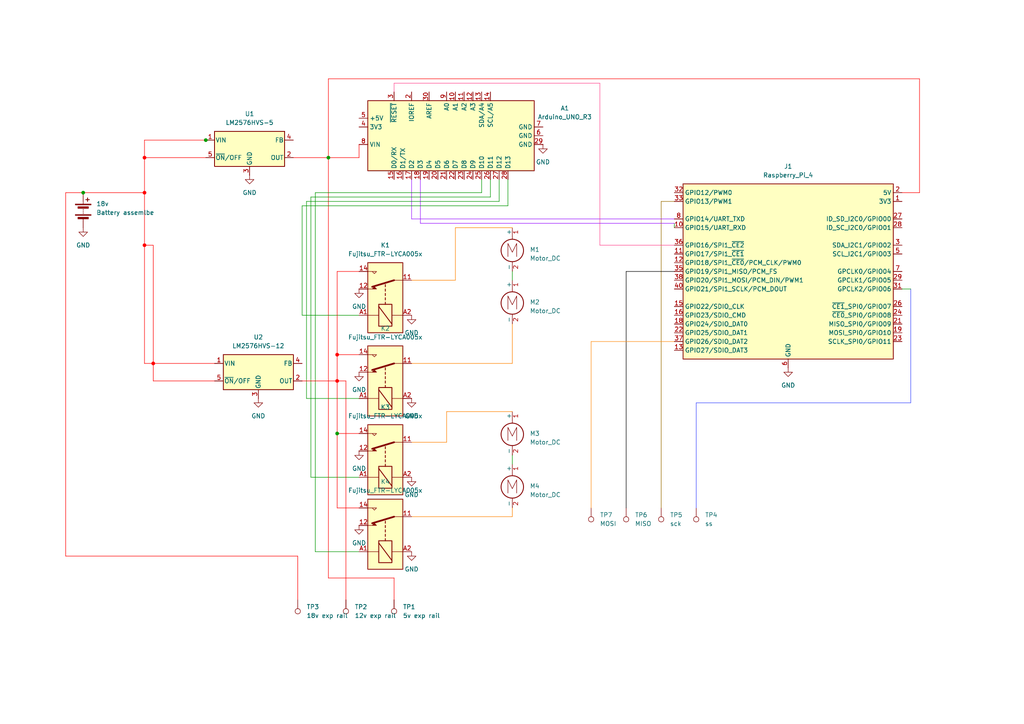
<source format=kicad_sch>
(kicad_sch (version 20250114) (generator "eeschema") (generator_version "9.0")
  (paper "A4")
  (title_block (title "Aurora drive system") (date "2025-09-28") (rev "1") (company "Aurora inc.") (comment 1 "- @lynet_101") (comment 2 "- Sebastian_lindau-skands") (comment 3 "if more power neeeded, the motor assembly can be powered parallel instead") (comment 4 "if parallel motors, then additional 12v regulators might be needed"))
  (lib_symbols
    (symbol "Connector:Raspberry_Pi_4"
      (property "Reference" "J" (at -17.526 48.768 0))
      (property "Value" "Raspberry_Pi_4" (at 15.748 -26.416 0))
      (symbol "Raspberry_Pi_4_0_1"
        (rectangle (start -30.48 25.4) (end 30.48 -25.4) (stroke (width 0.254)) (fill (type background)))
      )
      (symbol "Raspberry_Pi_4_1_1"
        (pin bidirectional line (at -33.02 22.86 0) (length 2.54) (name "GPIO12/PWM0") (number "32"))
        (pin bidirectional line (at -33.02 20.32 0) (length 2.54) (name "GPIO13/PWM1") (number "33"))
        (pin bidirectional line (at -33.02 15.24 0) (length 2.54) (name "GPIO14/UART_TXD") (number "8"))
        (pin bidirectional line (at -33.02 12.7 0) (length 2.54) (name "GPIO15/UART_RXD") (number "10"))
        (pin bidirectional line (at -33.02 7.62 0) (length 2.54) (name "GPIO16/SPI1_~{CE2}") (number "36"))
        (pin bidirectional line (at -33.02 5.08 0) (length 2.54) (name "GPIO17/SPI1_~{CE1}") (number "11"))
        (pin bidirectional line (at -33.02 2.54 0) (length 2.54) (name "GPIO18/SPI1_~{CE0}/PCM_CLK/PWM0") (number "12"))
        (pin bidirectional line (at -33.02 0 0) (length 2.54) (name "GPIO19/SPI1_MISO/PCM_FS") (number "35"))
        (pin bidirectional line (at -33.02 -2.54 0) (length 2.54) (name "GPIO20/SPI1_MOSI/PCM_DIN/PWM1") (number "38"))
        (pin bidirectional line (at -33.02 -5.08 0) (length 2.54) (name "GPIO21/SPI1_SCLK/PCM_DOUT") (number "40"))
        (pin bidirectional line (at -33.02 -10.16 0) (length 2.54) (name "GPIO22/SDIO_CLK") (number "15"))
        (pin bidirectional line (at -33.02 -12.7 0) (length 2.54) (name "GPIO23/SDIO_CMD") (number "16"))
        (pin bidirectional line (at -33.02 -15.24 0) (length 2.54) (name "GPIO24/SDIO_DAT0") (number "18"))
        (pin bidirectional line (at -33.02 -17.78 0) (length 2.54) (name "GPIO25/SDIO_DAT1") (number "22"))
        (pin bidirectional line (at -33.02 -20.32 0) (length 2.54) (name "GPIO26/SDIO_DAT2") (number "37"))
        (pin bidirectional line (at -33.02 -22.86 0) (length 2.54) (name "GPIO27/SDIO_DAT3") (number "13"))
        (pin passive line (at 0 -27.94 90) (length 2.54) (hide yes) (name "GND") (number "14"))
        (pin passive line (at 0 -27.94 90) (length 2.54) (hide yes) (name "GND") (number "20"))
        (pin passive line (at 0 -27.94 90) (length 2.54) (hide yes) (name "GND") (number "25"))
        (pin passive line (at 0 -27.94 90) (length 2.54) (hide yes) (name "GND") (number "30"))
        (pin passive line (at 0 -27.94 90) (length 2.54) (hide yes) (name "GND") (number "34"))
        (pin passive line (at 0 -27.94 90) (length 2.54) (hide yes) (name "GND") (number "39"))
        (pin power_out line (at 0 -27.94 90) (length 2.54) (name "GND") (number "6"))
        (pin passive line (at 0 -27.94 90) (length 2.54) (hide yes) (name "GND") (number "9"))
        (pin power_out line (at 33.02 22.86 180) (length 2.54) (name "5V") (number "2"))
        (pin passive line (at 33.02 22.86 180) (length 2.54) (hide yes) (name "5V") (number "4"))
        (pin power_out line (at 33.02 20.32 180) (length 2.54) (name "3V3") (number "1"))
        (pin passive line (at 33.02 20.32 180) (length 2.54) (hide yes) (name "3V3") (number "17"))
        (pin bidirectional line (at 33.02 15.24 180) (length 2.54) (name "ID_SD_I2C0/GPIO00") (number "27"))
        (pin bidirectional line (at 33.02 12.7 180) (length 2.54) (name "ID_SC_I2C0/GPIO01") (number "28"))
        (pin bidirectional line (at 33.02 7.62 180) (length 2.54) (name "SDA_I2C1/GPIO02") (number "3"))
        (pin bidirectional line (at 33.02 5.08 180) (length 2.54) (name "SCL_I2C1/GPIO03") (number "5"))
        (pin bidirectional line (at 33.02 0 180) (length 2.54) (name "GPCLK0/GPIO04") (number "7"))
        (pin bidirectional line (at 33.02 -2.54 180) (length 2.54) (name "GPCLK1/GPIO05") (number "29"))
        (pin bidirectional line (at 33.02 -5.08 180) (length 2.54) (name "GPCLK2/GPIO06") (number "31"))
        (pin bidirectional line (at 33.02 -10.16 180) (length 2.54) (name "~{CE1}_SPI0/GPIO07") (number "26"))
        (pin bidirectional line (at 33.02 -12.7 180) (length 2.54) (name "~{CE0}_SPI0/GPIO08") (number "24"))
        (pin bidirectional line (at 33.02 -15.24 180) (length 2.54) (name "MISO_SPI0/GPIO09") (number "21"))
        (pin bidirectional line (at 33.02 -17.78 180) (length 2.54) (name "MOSI_SPI0/GPIO10") (number "19"))
        (pin bidirectional line (at 33.02 -20.32 180) (length 2.54) (name "SCLK_SPI0/GPIO11") (number "23"))
      )
    )
    (symbol "Connector:TestPoint" (pin_numbers (hide yes)) (pin_names (offset 0.762) (hide yes))
      (property "Reference" "TP" (at 0 6.858 0))
      (property "Value" "TestPoint" (at 0 5.08 0))
      (symbol "TestPoint_0_1"
        (circle (center 0 3.302) (radius 0.762))
      )
      (symbol "TestPoint_1_1"
        (pin passive line (at 0 0 90) (length 2.54) (name "1") (number "1"))
      )
    )
    (symbol "Device:Battery" (pin_numbers (hide yes)) (pin_names (offset 0) (hide yes))
      (property "Reference" "BT" (at 2.54 2.54 0))
      (property "Value" "Battery" (at 2.54 0 0))
      (symbol "Battery_0_1"
        (rectangle (start -2.286 1.778) (end 2.286 1.524) (fill (type outline)))
        (rectangle (start -2.286 -1.27) (end 2.286 -1.524) (fill (type outline)))
        (rectangle (start -1.524 1.016) (end 1.524 0.508) (fill (type outline)))
        (rectangle (start -1.524 -2.032) (end 1.524 -2.54) (fill (type outline)))
        (polyline (pts (xy 0 1.778) (xy 0 2.54)))
        (polyline (pts (xy 0 0) (xy 0 0.254)))
        (polyline (pts (xy 0 -0.508) (xy 0 -0.254)))
        (polyline (pts (xy 0 -1.016) (xy 0 -0.762)))
        (polyline (pts (xy 0.762 3.048) (xy 1.778 3.048)) (stroke (width 0.254)))
        (polyline (pts (xy 1.27 3.556) (xy 1.27 2.54)) (stroke (width 0.254)))
      )
      (symbol "Battery_1_1"
        (pin passive line (at 0 5.08 270) (length 2.54) (name "+") (number "1"))
        (pin passive line (at 0 -5.08 90) (length 2.54) (name "-") (number "2"))
      )
    )
    (symbol "MCU_Module:Arduino_UNO_R2"
      (property "Reference" "A" (at -10.16 23.495 0))
      (property "Value" "Arduino_UNO_R2" (at 5.08 -26.67 0))
      (symbol "Arduino_UNO_R2_0_1"
        (rectangle (start -10.16 22.86) (end 10.16 -25.4) (stroke (width 0.254)) (fill (type background)))
      )
      (symbol "Arduino_UNO_R2_1_1"
        (pin bidirectional line (at -12.7 15.24 0) (length 2.54) (name "D0/RX") (number "15"))
        (pin bidirectional line (at -12.7 12.7 0) (length 2.54) (name "D1/TX") (number "16"))
        (pin bidirectional line (at -12.7 10.16 0) (length 2.54) (name "D2") (number "17"))
        (pin bidirectional line (at -12.7 7.62 0) (length 2.54) (name "D3") (number "18"))
        (pin bidirectional line (at -12.7 5.08 0) (length 2.54) (name "D4") (number "19"))
        (pin bidirectional line (at -12.7 2.54 0) (length 2.54) (name "D5") (number "20"))
        (pin bidirectional line (at -12.7 0 0) (length 2.54) (name "D6") (number "21"))
        (pin bidirectional line (at -12.7 -2.54 0) (length 2.54) (name "D7") (number "22"))
        (pin bidirectional line (at -12.7 -5.08 0) (length 2.54) (name "D8") (number "23"))
        (pin bidirectional line (at -12.7 -7.62 0) (length 2.54) (name "D9") (number "24"))
        (pin bidirectional line (at -12.7 -10.16 0) (length 2.54) (name "D10") (number "25"))
        (pin bidirectional line (at -12.7 -12.7 0) (length 2.54) (name "D11") (number "26"))
        (pin bidirectional line (at -12.7 -15.24 0) (length 2.54) (name "D12") (number "27"))
        (pin bidirectional line (at -12.7 -17.78 0) (length 2.54) (name "D13") (number "28"))
        (pin no_connect line (at -10.16 -20.32 0) (length 2.54) (hide yes) (name "NC") (number "1"))
        (pin power_in line (at -2.54 25.4 270) (length 2.54) (name "VIN") (number "8"))
        (pin power_in line (at -2.54 -27.94 90) (length 2.54) (name "GND") (number "29"))
        (pin power_in line (at 0 -27.94 90) (length 2.54) (name "GND") (number "6"))
        (pin power_out line (at 2.54 25.4 270) (length 2.54) (name "3V3") (number "4"))
        (pin power_in line (at 2.54 -27.94 90) (length 2.54) (name "GND") (number "7"))
        (pin power_out line (at 5.08 25.4 270) (length 2.54) (name "+5V") (number "5"))
        (pin input line (at 12.7 15.24 180) (length 2.54) (name "~{RESET}") (number "3"))
        (pin output line (at 12.7 10.16 180) (length 2.54) (name "IOREF") (number "2"))
        (pin input line (at 12.7 5.08 180) (length 2.54) (name "AREF") (number "30"))
        (pin bidirectional line (at 12.7 0 180) (length 2.54) (name "A0") (number "9"))
        (pin bidirectional line (at 12.7 -2.54 180) (length 2.54) (name "A1") (number "10"))
        (pin bidirectional line (at 12.7 -5.08 180) (length 2.54) (name "A2") (number "11"))
        (pin bidirectional line (at 12.7 -7.62 180) (length 2.54) (name "A3") (number "12"))
        (pin bidirectional line (at 12.7 -10.16 180) (length 2.54) (name "SDA/A4") (number "13"))
        (pin bidirectional line (at 12.7 -12.7 180) (length 2.54) (name "SCL/A5") (number "14"))
      )
    )
    (symbol "Motor:Motor_DC" (pin_names (offset 0))
      (property "Reference" "M" (at 2.54 2.54 0))
      (property "Value" "Motor_DC" (at 2.54 -5.08 0))
      (symbol "Motor_DC_0_0"
        (polyline (pts (xy -1.27 -3.302) (xy -1.27 0.508) (xy 0 -2.032) (xy 1.27 0.508) (xy 1.27 -3.302)))
      )
      (symbol "Motor_DC_0_1"
        (polyline (pts (xy 0 2.032) (xy 0 2.54)))
        (polyline (pts (xy 0 1.7272) (xy 0 2.0828)))
        (circle (center 0 -1.524) (radius 3.2512) (stroke (width 0.254)))
        (polyline (pts (xy 0 -4.7752) (xy 0 -5.1816)))
        (polyline (pts (xy 0 -7.62) (xy 0 -7.112)))
      )
      (symbol "Motor_DC_1_1"
        (pin passive line (at 0 5.08 270) (length 2.54) (name "+") (number "1"))
        (pin passive line (at 0 -7.62 90) (length 2.54) (name "-") (number "2"))
      )
    )
    (symbol "Regulator_Switching:LM2576HVS-12" (pin_names (offset 0.254))
      (property "Reference" "U" (at -10.16 6.35 0))
      (property "Value" "LM2576HVS-12" (at 0 6.35 0))
      (symbol "LM2576HVS-12_0_1"
        (rectangle (start -10.16 5.08) (end 10.16 -5.08) (stroke (width 0.254)) (fill (type background)))
      )
      (symbol "LM2576HVS-12_1_1"
        (pin power_in line (at -12.7 2.54 0) (length 2.54) (name "VIN") (number "1"))
        (pin input line (at -12.7 -2.54 0) (length 2.54) (name "~{ON}/OFF") (number "5"))
        (pin power_in line (at 0 -7.62 90) (length 2.54) (name "GND") (number "3"))
        (pin input line (at 12.7 2.54 180) (length 2.54) (name "FB") (number "4"))
        (pin output line (at 12.7 -2.54 180) (length 2.54) (name "OUT") (number "2"))
      )
    )
    (symbol "Regulator_Switching:LM2576HVS-5" (pin_names (offset 0.254))
      (property "Reference" "U" (at -10.16 6.35 0))
      (property "Value" "LM2576HVS-5" (at 0 6.35 0))
      (symbol "LM2576HVS-5_0_1"
        (rectangle (start -10.16 5.08) (end 10.16 -5.08) (stroke (width 0.254)) (fill (type background)))
      )
      (symbol "LM2576HVS-5_1_1"
        (pin power_in line (at -12.7 2.54 0) (length 2.54) (name "VIN") (number "1"))
        (pin input line (at -12.7 -2.54 0) (length 2.54) (name "~{ON}/OFF") (number "5"))
        (pin power_in line (at 0 -7.62 90) (length 2.54) (name "GND") (number "3"))
        (pin input line (at 12.7 2.54 180) (length 2.54) (name "FB") (number "4"))
        (pin output line (at 12.7 -2.54 180) (length 2.54) (name "OUT") (number "2"))
      )
    )
    (symbol "Relay:Fujitsu_FTR-LYCA005x"
      (property "Reference" "K" (at 11.43 3.81 0))
      (property "Value" "Fujitsu_FTR-LYCA005x" (at 11.43 1.27 0))
      (symbol "Fujitsu_FTR-LYCA005x_0_0"
        (polyline (pts (xy 7.62 5.08) (xy 7.62 2.54) (xy 6.985 3.175) (xy 7.62 3.81)))
      )
      (symbol "Fujitsu_FTR-LYCA005x_0_1"
        (rectangle (start -10.16 5.08) (end 10.16 -5.08) (stroke (width 0.254)) (fill (type background)))
        (rectangle (start -8.255 1.905) (end -1.905 -1.905) (stroke (width 0.254)))
        (polyline (pts (xy -7.62 -1.905) (xy -2.54 1.905)) (stroke (width 0.254)))
        (polyline (pts (xy -5.08 5.08) (xy -5.08 1.905)))
        (polyline (pts (xy -5.08 -5.08) (xy -5.08 -1.905)))
        (polyline (pts (xy -1.905 0) (xy -1.27 0)) (stroke (width 0.254)))
        (polyline (pts (xy -0.635 0) (xy 0 0)) (stroke (width 0.254)))
        (polyline (pts (xy 0.635 0) (xy 1.27 0)) (stroke (width 0.254)))
        (polyline (pts (xy 1.905 0) (xy 2.54 0)) (stroke (width 0.254)))
        (polyline (pts (xy 2.54 5.08) (xy 2.54 2.54) (xy 3.175 3.175) (xy 2.54 3.81)) (fill (type outline)))
        (polyline (pts (xy 3.175 0) (xy 3.81 0)) (stroke (width 0.254)))
        (polyline (pts (xy 5.08 -2.54) (xy 3.175 3.81)) (stroke (width 0.508)))
        (polyline (pts (xy 5.08 -2.54) (xy 5.08 -5.08)))
      )
      (symbol "Fujitsu_FTR-LYCA005x_1_1"
        (pin passive line (at -5.08 7.62 270) (length 2.54) (name "~") (number "A1"))
        (pin passive line (at -5.08 -7.62 90) (length 2.54) (name "~") (number "A2"))
        (pin passive line (at 2.54 7.62 270) (length 2.54) (name "~") (number "12"))
        (pin passive line (at 5.08 -7.62 90) (length 2.54) (name "~") (number "11"))
        (pin passive line (at 7.62 7.62 270) (length 2.54) (name "~") (number "14"))
      )
    )
    (symbol "power:GND" (power) (pin_numbers (hide yes)) (pin_names (offset 0) (hide yes))
      (property "Value" "GND" (at 0 -3.81 0))
      (symbol "GND_0_1"
        (polyline (pts (xy 0 0) (xy 0 -1.27) (xy 1.27 -1.27) (xy 0 -2.54) (xy -1.27 -1.27) (xy 0 -1.27)))
      )
      (symbol "GND_1_1"
        (pin power_in line (at 0 0 270) (length 0) (name "~") (number "1"))
      )
    )
  )
  (junction (at 95.25 45.72))
  (junction (at 41.91 55.88) (color 255 0 0 1))
  (junction (at 97.79 102.87) (color 255 0 0 1))
  (junction (at 97.79 125.73))
  (junction (at 97.79 110.49) (color 255 0 0 1))
  (junction (at 24.13 55.88))
  (junction (at 44.45 105.41) (color 255 0 0 1))
  (junction (at 41.91 45.72) (color 255 0 0 1))
  (junction (at 41.91 71.12) (color 255 0 0 1))
  (junction (at 59.69 40.64))
  (wire (pts (xy 91.44 55.88) (xy 139.7 55.88)))
  (wire (pts (xy 87.63 110.49) (xy 97.79 110.49)) (stroke (width 0) (color 255 0 0 1)))
  (wire (pts (xy 19.05 55.88) (xy 24.13 55.88)) (stroke (width 0) (color 255 0 0 1)))
  (wire (pts (xy 19.05 161.29) (xy 86.36 161.29)) (stroke (width 0) (color 255 0 0 1)))
  (wire (pts (xy 87.63 91.44) (xy 104.14 91.44)))
  (wire (pts (xy 41.91 55.88) (xy 41.91 71.12)) (stroke (width 0) (color 255 0 0 1)))
  (wire (pts (xy 62.23 110.49) (xy 44.45 110.49)) (stroke (width 0) (color 255 0 0 1)))
  (wire (pts (xy 44.45 110.49) (xy 44.45 105.41)) (stroke (width 0) (color 255 0 0 1)))
  (wire (pts (xy 119.38 128.27) (xy 129.54 128.27)) (stroke (width 0) (color 255 129 0 1)))
  (wire (pts (xy 181.61 147.32) (xy 181.61 78.74)) (stroke (width 0) (color 0 0 0 1)))
  (wire (pts (xy 95.25 45.72) (xy 104.14 45.72)) (stroke (width 0) (color 255 0 0 1)))
  (wire (pts (xy 19.05 161.29) (xy 19.05 55.88)) (stroke (width 0) (color 255 0 0 1)))
  (wire (pts (xy 104.14 138.43) (xy 90.17 138.43)))
  (wire (pts (xy 201.93 147.32) (xy 201.93 116.84)) (stroke (width 0) (color 65 78 255 1)))
  (wire (pts (xy 119.38 63.5) (xy 119.38 52.07)) (stroke (width 0) (color 154 24 255 1)))
  (wire (pts (xy 97.79 110.49) (xy 97.79 102.87)) (stroke (width 0) (color 255 0 0 1)))
  (wire (pts (xy 41.91 40.64) (xy 41.91 45.72)) (stroke (width 0) (color 255 0 0 1)))
  (wire (pts (xy 62.23 105.41) (xy 44.45 105.41)) (stroke (width 0) (color 255 0 0 1)))
  (wire (pts (xy 97.79 78.74) (xy 104.14 78.74)) (stroke (width 0) (color 255 0 0 1)))
  (wire (pts (xy 95.25 167.64) (xy 95.25 45.72)) (stroke (width 0) (color 255 0 0 1)))
  (wire (pts (xy 129.54 128.27) (xy 129.54 119.38)) (stroke (width 0) (color 255 129 0 1)))
  (wire (pts (xy 201.93 116.84) (xy 264.16 116.84)) (stroke (width 0) (color 65 78 255 1)))
  (wire (pts (xy 147.32 59.69) (xy 87.63 59.69)))
  (wire (pts (xy 104.14 160.02) (xy 91.44 160.02)))
  (wire (pts (xy 142.24 57.15) (xy 142.24 52.07)))
  (wire (pts (xy 264.16 83.82) (xy 261.62 83.82)))
  (wire (pts (xy 114.3 173.99) (xy 114.3 167.64)) (stroke (width 0) (color 255 0 0 1)))
  (wire (pts (xy 195.58 66.04) (xy 195.58 64.77)))
  (wire (pts (xy 44.45 105.41) (xy 44.45 71.12)) (stroke (width 0) (color 255 0 0 1)))
  (wire (pts (xy 195.58 63.5) (xy 119.38 63.5)) (stroke (width 0) (color 154 24 255 1)))
  (wire (pts (xy 44.45 105.41) (xy 41.91 105.41)) (stroke (width 0) (color 255 0 0 1)))
  (wire (pts (xy 85.09 45.72) (xy 95.25 45.72)) (stroke (width 0) (color 255 0 0 1)))
  (wire (pts (xy 88.9 58.42) (xy 144.78 58.42)))
  (wire (pts (xy 147.32 59.69) (xy 147.32 52.07)))
  (wire (pts (xy 100.33 110.49) (xy 97.79 110.49)) (stroke (width 0) (color 255 0 0 1)))
  (wire (pts (xy 264.16 116.84) (xy 264.16 83.82)) (stroke (width 0) (color 65 78 255 1)))
  (wire (pts (xy 104.14 45.72) (xy 104.14 41.91)) (stroke (width 0) (color 255 0 0 1)))
  (wire (pts (xy 148.59 105.41) (xy 119.38 105.41)) (stroke (width 0) (color 255 129 0 1)))
  (wire (pts (xy 129.54 119.38) (xy 148.59 119.38)) (stroke (width 0) (color 255 129 0 1)))
  (wire (pts (xy 44.45 71.12) (xy 41.91 71.12)) (stroke (width 0) (color 255 0 0 1)))
  (wire (pts (xy 97.79 102.87) (xy 97.79 78.74)) (stroke (width 0) (color 255 0 0 1)))
  (wire (pts (xy 191.77 58.42) (xy 191.77 147.32)) (stroke (width 0) (color 153 107 0 1)))
  (wire (pts (xy 88.9 115.57) (xy 88.9 58.42)))
  (wire (pts (xy 181.61 78.74) (xy 195.58 78.74)) (stroke (width 0) (color 0 0 0 1)))
  (wire (pts (xy 97.79 147.32) (xy 97.79 125.73)) (stroke (width 0) (color 255 0 0 1)))
  (wire (pts (xy 195.58 58.42) (xy 191.77 58.42)) (stroke (width 0) (color 153 107 0 1)))
  (wire (pts (xy 97.79 102.87) (xy 104.14 102.87)) (stroke (width 0) (color 255 0 0 1)))
  (wire (pts (xy 114.3 24.13) (xy 114.3 26.67)) (stroke (width 0) (color 255 78 147 1)))
  (wire (pts (xy 59.69 40.64) (xy 60.96 40.64)))
  (wire (pts (xy 90.17 57.15) (xy 142.24 57.15)))
  (wire (pts (xy 87.63 59.69) (xy 87.63 91.44)))
  (wire (pts (xy 95.25 22.86) (xy 95.25 45.72)) (stroke (width 0) (color 255 0 0 1)))
  (wire (pts (xy 195.58 71.12) (xy 173.99 71.12)) (stroke (width 0) (color 255 78 147 1)))
  (wire (pts (xy 132.08 66.04) (xy 148.59 66.04)) (stroke (width 0) (color 255 129 0 1)))
  (wire (pts (xy 173.99 71.12) (xy 173.99 24.13)) (stroke (width 0) (color 255 78 147 1)))
  (wire (pts (xy 148.59 78.74) (xy 148.59 81.28)))
  (wire (pts (xy 121.92 64.77) (xy 121.92 52.07)) (stroke (width 0) (color 154 24 255 1)))
  (wire (pts (xy 119.38 81.28) (xy 132.08 81.28)) (stroke (width 0) (color 255 129 0 1)))
  (wire (pts (xy 148.59 132.08) (xy 148.59 134.62)))
  (wire (pts (xy 104.14 125.73) (xy 97.79 125.73)) (stroke (width 0) (color 255 0 0 1)))
  (wire (pts (xy 173.99 24.13) (xy 114.3 24.13)) (stroke (width 0) (color 255 78 147 1)))
  (wire (pts (xy 148.59 93.98) (xy 148.59 105.41)) (stroke (width 0) (color 255 129 0 1)))
  (wire (pts (xy 171.45 99.06) (xy 171.45 147.32)) (stroke (width 0) (color 255 143 23 1)))
  (wire (pts (xy 104.14 115.57) (xy 88.9 115.57)))
  (wire (pts (xy 195.58 99.06) (xy 171.45 99.06)) (stroke (width 0) (color 255 143 23 1)))
  (wire (pts (xy 139.7 52.07) (xy 139.7 55.88)))
  (wire (pts (xy 148.59 149.86) (xy 119.38 149.86)) (stroke (width 0) (color 255 129 0 1)))
  (wire (pts (xy 24.13 55.88) (xy 41.91 55.88)) (stroke (width 0) (color 255 0 0 1)))
  (wire (pts (xy 100.33 173.99) (xy 100.33 110.49)) (stroke (width 0) (color 255 0 0 1)))
  (wire (pts (xy 41.91 45.72) (xy 41.91 55.88)) (stroke (width 0) (color 255 0 0 1)))
  (wire (pts (xy 97.79 125.73) (xy 97.79 110.49)) (stroke (width 0) (color 255 0 0 1)))
  (wire (pts (xy 41.91 40.64) (xy 59.69 40.64)) (stroke (width 0) (color 255 0 0 1)))
  (wire (pts (xy 86.36 173.99) (xy 86.36 161.29)) (stroke (width 0) (color 255 0 0 1)))
  (wire (pts (xy 90.17 138.43) (xy 90.17 57.15)))
  (wire (pts (xy 266.7 22.86) (xy 95.25 22.86)) (stroke (width 0) (color 255 0 0 1)))
  (wire (pts (xy 104.14 147.32) (xy 97.79 147.32)) (stroke (width 0) (color 255 0 0 1)))
  (wire (pts (xy 195.58 64.77) (xy 121.92 64.77)) (stroke (width 0) (color 154 24 255 1)))
  (wire (pts (xy 91.44 160.02) (xy 91.44 55.88)))
  (wire (pts (xy 148.59 147.32) (xy 148.59 149.86)) (stroke (width 0) (color 255 129 0 1)))
  (wire (pts (xy 114.3 167.64) (xy 95.25 167.64)) (stroke (width 0) (color 255 0 0 1)))
  (wire (pts (xy 41.91 105.41) (xy 41.91 71.12)) (stroke (width 0) (color 255 0 0 1)))
  (wire (pts (xy 261.62 55.88) (xy 266.7 55.88)) (stroke (width 0) (color 255 0 0 1)))
  (wire (pts (xy 266.7 55.88) (xy 266.7 22.86)) (stroke (width 0) (color 255 0 0 1)))
  (wire (pts (xy 132.08 81.28) (xy 132.08 66.04)) (stroke (width 0) (color 255 129 0 1)))
  (wire (pts (xy 41.91 45.72) (xy 59.69 45.72)) (stroke (width 0) (color 255 0 0 1)))
  (wire (pts (xy 144.78 58.42) (xy 144.78 52.07)))
  (symbol (lib_id "Motor:Motor_DC") (at 148.59 71.12 0) (unit 1)
    (property "Reference" "M1" (at 153.67 72.3899 0) (effects (justify left)))
    (property "Value" "Motor_DC" (at 153.67 74.9299 0) (effects (justify left)))
    (property "Description" "DC Motor" (effects (hide yes)))
  )
  (symbol (lib_id "power:GND") (at 104.14 107.95 0) (unit 1)
    (property "Reference" "#PWR010" (effects (hide yes)))
    (property "Value" "GND" (at 104.14 113.03 0))
    (property "Description" "Power symbol creates a global label with name \"GND\" , ground" (effects (hide yes)))
  )
  (symbol (lib_id "power:GND") (at 74.93 115.57 0) (unit 1)
    (property "Reference" "#PWR02" (effects (hide yes)))
    (property "Value" "GND" (at 74.93 120.65 0))
    (property "Description" "Power symbol creates a global label with name \"GND\" , ground" (effects (hide yes)))
  )
  (symbol (lib_id "Motor:Motor_DC") (at 148.59 139.7 0) (unit 1)
    (property "Reference" "M4" (at 153.67 140.9699 0) (effects (justify left)))
    (property "Value" "Motor_DC" (at 153.67 143.5099 0) (effects (justify left)))
    (property "Description" "DC Motor" (effects (hide yes)))
  )
  (symbol (lib_id "Relay:Fujitsu_FTR-LYCA005x") (at 111.76 86.36 90) (unit 1)
    (property "Reference" "K1" (at 111.76 71.12 90))
    (property "Value" "Fujitsu_FTR-LYCA005x" (at 111.76 73.66 90))
    (property "Footprint" "Relay_THT:Relay_SPDT_Fujitsu_FTR-LYCA005x_FormC_Vertical" (effects (hide yes)))
    (property "Datasheet" "https://www.fujitsu.com/sg/imagesgig5/ftr-ly.pdf" (effects (hide yes)))
    (property "Description" "Relay, SPDT Form C, vertical mount, 5-60V coil, 6A, 250VAC, 28 x 5 x 15mm" (effects (hide yes)))
  )
  (symbol (lib_id "power:GND") (at 119.38 115.57 0) (unit 1)
    (property "Reference" "#PWR07" (effects (hide yes)))
    (property "Value" "GND" (at 119.38 120.65 0))
    (property "Description" "Power symbol creates a global label with name \"GND\" , ground" (effects (hide yes)))
  )
  (symbol (lib_id "power:GND") (at 72.39 50.8 0) (unit 1)
    (property "Reference" "#PWR01" (effects (hide yes)))
    (property "Value" "GND" (at 72.39 55.88 0))
    (property "Description" "Power symbol creates a global label with name \"GND\" , ground" (effects (hide yes)))
  )
  (symbol (lib_id "power:GND") (at 104.14 83.82 0) (unit 1)
    (property "Reference" "#PWR03" (effects (hide yes)))
    (property "Value" "GND" (at 104.14 88.9 0))
    (property "Description" "Power symbol creates a global label with name \"GND\" , ground" (effects (hide yes)))
  )
  (symbol (lib_id "power:GND") (at 104.14 152.4 0) (unit 1)
    (property "Reference" "#PWR05" (effects (hide yes)))
    (property "Value" "GND" (at 104.14 157.48 0))
    (property "Description" "Power symbol creates a global label with name \"GND\" , ground" (effects (hide yes)))
  )
  (symbol (lib_id "Connector:Raspberry_Pi_4") (at 228.6 78.74 0) (unit 1)
    (property "Reference" "J1" (at 228.6 48.26 0))
    (property "Value" "Raspberry_Pi_4" (at 228.6 50.8 0))
    (property "Datasheet" "https://datasheets.raspberrypi.com/rpi4/raspberry-pi-4-datasheet.pdf" (effects (hide yes)))
    (property "Description" "Raspberry Pi 4 Model B" (effects (hide yes)))
  )
  (symbol (lib_id "MCU_Module:Arduino_UNO_R2") (at 129.54 39.37 90) (unit 1)
    (property "Reference" "A1" (at 163.83 31.3846 90))
    (property "Value" "Arduino_UNO_R3" (at 163.83 33.9246 90))
    (property "Footprint" "Module:Arduino_UNO_R2" (effects (hide yes)))
    (property "Datasheet" "https://www.arduino.cc/en/Main/arduinoBoardUno" (effects (hide yes)))
    (property "Description" "Arduino UNO Microcontroller Module, release 2" (effects (hide yes)))
  )
  (symbol (lib_id "Motor:Motor_DC") (at 148.59 124.46 0) (unit 1)
    (property "Reference" "M3" (at 153.67 125.7299 0) (effects (justify left)))
    (property "Value" "Motor_DC" (at 153.67 128.2699 0) (effects (justify left)))
    (property "Description" "DC Motor" (effects (hide yes)))
  )
  (symbol (lib_id "power:GND") (at 228.6 106.68 0) (unit 1)
    (property "Reference" "#PWR012" (effects (hide yes)))
    (property "Value" "GND" (at 228.6 111.76 0))
    (property "Description" "Power symbol creates a global label with name \"GND\" , ground" (effects (hide yes)))
  )
  (symbol (lib_id "Connector:TestPoint") (at 181.61 147.32 180) (unit 1)
    (property "Reference" "TP6" (at 184.15 149.3519 0) (effects (justify right)))
    (property "Value" "MISO" (at 184.15 151.8919 0) (effects (justify right)))
    (property "Description" "test point" (effects (hide yes)))
  )
  (symbol (lib_id "Relay:Fujitsu_FTR-LYCA005x") (at 111.76 110.49 90) (unit 1)
    (property "Reference" "K2" (at 111.76 95.25 90))
    (property "Value" "Fujitsu_FTR-LYCA005x" (at 111.76 97.79 90))
    (property "Footprint" "Relay_THT:Relay_SPDT_Fujitsu_FTR-LYCA005x_FormC_Vertical" (effects (hide yes)))
    (property "Datasheet" "https://www.fujitsu.com/sg/imagesgig5/ftr-ly.pdf" (effects (hide yes)))
    (property "Description" "Relay, SPDT Form C, vertical mount, 5-60V coil, 6A, 250VAC, 28 x 5 x 15mm" (effects (hide yes)))
  )
  (symbol (lib_id "Connector:TestPoint") (at 86.36 173.99 180) (unit 1)
    (property "Reference" "TP3" (at 88.9 176.0219 0) (effects (justify right)))
    (property "Value" "18v exp rail" (at 88.9 178.5619 0) (effects (justify right)))
    (property "Description" "test point" (effects (hide yes)))
  )
  (symbol (lib_id "Regulator_Switching:LM2576HVS-12") (at 74.93 107.95 0) (unit 1)
    (property "Reference" "U2" (at 74.93 97.79 0))
    (property "Value" "LM2576HVS-12" (at 74.93 100.33 0))
    (property "Footprint" "Package_TO_SOT_SMD:TO-263-5_TabPin3" (effects (hide yes)))
    (property "Datasheet" "http://www.ti.com/lit/ds/symlink/lm2576.pdf" (effects (hide yes)))
    (property "Description" "12V, 3A SIMPLE SWITCHER® Step-Down Voltage Regulator, High Voltage Input, TO-263" (effects (hide yes)))
  )
  (symbol (lib_id "Motor:Motor_DC") (at 148.59 86.36 0) (unit 1)
    (property "Reference" "M2" (at 153.67 87.6299 0) (effects (justify left)))
    (property "Value" "Motor_DC" (at 153.67 90.1699 0) (effects (justify left)))
    (property "Description" "DC Motor" (effects (hide yes)))
  )
  (symbol (lib_id "power:GND") (at 104.14 130.81 0) (unit 1)
    (property "Reference" "#PWR04" (effects (hide yes)))
    (property "Value" "GND" (at 104.14 135.89 0))
    (property "Description" "Power symbol creates a global label with name \"GND\" , ground" (effects (hide yes)))
  )
  (symbol (lib_id "Relay:Fujitsu_FTR-LYCA005x") (at 111.76 133.35 90) (unit 1)
    (property "Reference" "K3" (at 111.76 118.11 90))
    (property "Value" "Fujitsu_FTR-LYCA005x" (at 111.76 120.65 90))
    (property "Footprint" "Relay_THT:Relay_SPDT_Fujitsu_FTR-LYCA005x_FormC_Vertical" (effects (hide yes)))
    (property "Datasheet" "https://www.fujitsu.com/sg/imagesgig5/ftr-ly.pdf" (effects (hide yes)))
    (property "Description" "Relay, SPDT Form C, vertical mount, 5-60V coil, 6A, 250VAC, 28 x 5 x 15mm" (effects (hide yes)))
  )
  (symbol (lib_id "power:GND") (at 24.13 66.04 0) (unit 1)
    (property "Reference" "#PWR013" (effects (hide yes)))
    (property "Value" "GND" (at 24.13 71.12 0))
    (property "Description" "Power symbol creates a global label with name \"GND\" , ground" (effects (hide yes)))
  )
  (symbol (lib_id "Device:Battery") (at 24.13 60.96 0) (unit 1)
    (property "Reference" "18v" (at 27.94 59.1184 0) (effects (justify left)))
    (property "Value" "Battery assemlbe" (at 27.94 61.6584 0) (effects (justify left)))
    (property "Description" "Multiple-cell battery" (effects (hide yes)))
  )
  (symbol (lib_id "Connector:TestPoint") (at 171.45 147.32 180) (unit 1)
    (property "Reference" "TP7" (at 173.99 149.3519 0) (effects (justify right)))
    (property "Value" "MOSI" (at 173.99 151.8919 0) (effects (justify right)))
    (property "Description" "test point" (effects (hide yes)))
  )
  (symbol (lib_id "Connector:TestPoint") (at 201.93 147.32 180) (unit 1)
    (property "Reference" "TP4" (at 204.47 149.3519 0) (effects (justify right)))
    (property "Value" "ss" (at 204.47 151.8919 0) (effects (justify right)))
    (property "Description" "test point" (effects (hide yes)))
  )
  (symbol (lib_id "Connector:TestPoint") (at 114.3 173.99 180) (unit 1)
    (property "Reference" "TP1" (at 116.84 176.0219 0) (effects (justify right)))
    (property "Value" "5v exp rail" (at 116.84 178.5619 0) (effects (justify right)))
    (property "Description" "test point" (effects (hide yes)))
  )
  (symbol (lib_id "power:GND") (at 119.38 160.02 0) (unit 1)
    (property "Reference" "#PWR09" (effects (hide yes)))
    (property "Value" "GND" (at 119.38 165.1 0))
    (property "Description" "Power symbol creates a global label with name \"GND\" , ground" (effects (hide yes)))
  )
  (symbol (lib_id "power:GND") (at 157.48 41.91 0) (unit 1)
    (property "Reference" "#PWR011" (effects (hide yes)))
    (property "Value" "GND" (at 157.48 46.99 0))
    (property "Description" "Power symbol creates a global label with name \"GND\" , ground" (effects (hide yes)))
  )
  (symbol (lib_id "power:GND") (at 119.38 91.44 0) (unit 1)
    (property "Reference" "#PWR06" (effects (hide yes)))
    (property "Value" "GND" (at 119.38 96.52 0))
    (property "Description" "Power symbol creates a global label with name \"GND\" , ground" (effects (hide yes)))
  )
  (symbol (lib_id "Regulator_Switching:LM2576HVS-5") (at 72.39 43.18 0) (unit 1)
    (property "Reference" "U1" (at 72.39 33.02 0))
    (property "Value" "LM2576HVS-5" (at 72.39 35.56 0))
    (property "Footprint" "Package_TO_SOT_SMD:TO-263-5_TabPin3" (effects (hide yes)))
    (property "Datasheet" "http://www.ti.com/lit/ds/symlink/lm2576.pdf" (effects (hide yes)))
    (property "Description" "5V 3A, SIMPLE SWITCHER® Step-Down Voltage Regulator, High Voltage Input, TO-263" (effects (hide yes)))
  )
  (symbol (lib_id "Connector:TestPoint") (at 100.33 173.99 180) (unit 1)
    (property "Reference" "TP2" (at 102.87 176.0219 0) (effects (justify right)))
    (property "Value" "12v exp rail" (at 102.87 178.5619 0) (effects (justify right)))
    (property "Description" "test point" (effects (hide yes)))
  )
  (symbol (lib_id "Relay:Fujitsu_FTR-LYCA005x") (at 111.76 154.94 90) (unit 1)
    (property "Reference" "K4" (at 111.76 139.7 90))
    (property "Value" "Fujitsu_FTR-LYCA005x" (at 111.76 142.24 90))
    (property "Footprint" "Relay_THT:Relay_SPDT_Fujitsu_FTR-LYCA005x_FormC_Vertical" (effects (hide yes)))
    (property "Datasheet" "https://www.fujitsu.com/sg/imagesgig5/ftr-ly.pdf" (effects (hide yes)))
    (property "Description" "Relay, SPDT Form C, vertical mount, 5-60V coil, 6A, 250VAC, 28 x 5 x 15mm" (effects (hide yes)))
  )
  (symbol (lib_id "power:GND") (at 119.38 138.43 0) (unit 1)
    (property "Reference" "#PWR08" (effects (hide yes)))
    (property "Value" "GND" (at 119.38 143.51 0))
    (property "Description" "Power symbol creates a global label with name \"GND\" , ground" (effects (hide yes)))
  )
  (symbol (lib_id "Connector:TestPoint") (at 191.77 147.32 180) (unit 1)
    (property "Reference" "TP5" (at 194.31 149.3519 0) (effects (justify right)))
    (property "Value" "sck" (at 194.31 151.8919 0) (effects (justify right)))
    (property "Description" "test point" (effects (hide yes)))
  )
)
</source>
